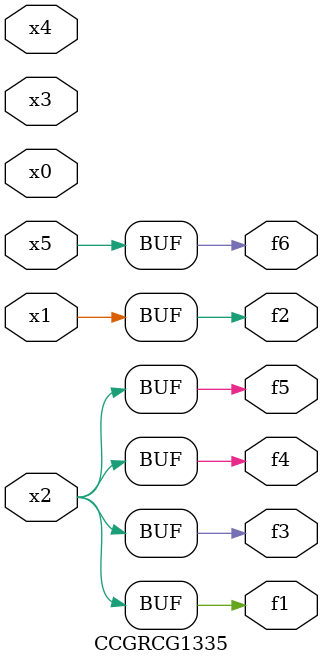
<source format=v>
module CCGRCG1335(
	input x0, x1, x2, x3, x4, x5,
	output f1, f2, f3, f4, f5, f6
);
	assign f1 = x2;
	assign f2 = x1;
	assign f3 = x2;
	assign f4 = x2;
	assign f5 = x2;
	assign f6 = x5;
endmodule

</source>
